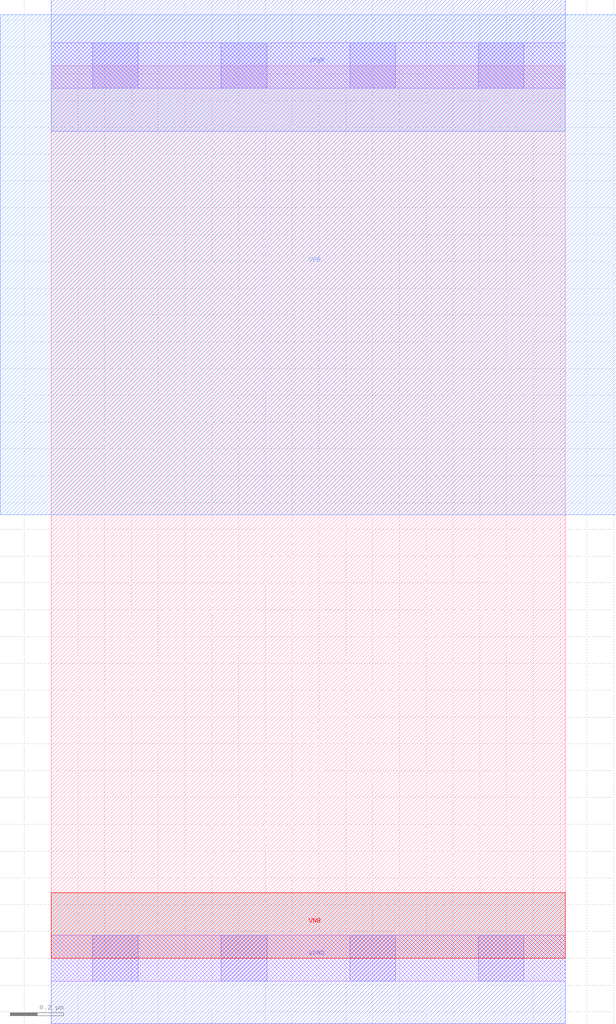
<source format=lef>
# Copyright 2020 The SkyWater PDK Authors
#
# Licensed under the Apache License, Version 2.0 (the "License");
# you may not use this file except in compliance with the License.
# You may obtain a copy of the License at
#
#     https://www.apache.org/licenses/LICENSE-2.0
#
# Unless required by applicable law or agreed to in writing, software
# distributed under the License is distributed on an "AS IS" BASIS,
# WITHOUT WARRANTIES OR CONDITIONS OF ANY KIND, either express or implied.
# See the License for the specific language governing permissions and
# limitations under the License.
#
# SPDX-License-Identifier: Apache-2.0

VERSION 5.7 ;
  NOWIREEXTENSIONATPIN ON ;
  DIVIDERCHAR "/" ;
  BUSBITCHARS "[]" ;
MACRO sky130_fd_sc_lp__fill_4
  CLASS CORE SPACER ;
  FOREIGN sky130_fd_sc_lp__fill_4 ;
  ORIGIN  0.000000  0.000000 ;
  SIZE  1.920000 BY  3.330000 ;
  SYMMETRY X Y R90 ;
  SITE unit ;
  PIN VGND
    DIRECTION INOUT ;
    USE GROUND ;
    PORT
      LAYER met1 ;
        RECT 0.000000 -0.245000 1.920000 0.245000 ;
    END
  END VGND
  PIN VNB
    DIRECTION INOUT ;
    USE GROUND ;
    PORT
      LAYER pwell ;
        RECT 0.000000 0.000000 1.920000 0.245000 ;
    END
  END VNB
  PIN VPB
    DIRECTION INOUT ;
    USE POWER ;
    PORT
      LAYER nwell ;
        RECT -0.190000 1.655000 2.110000 3.520000 ;
    END
  END VPB
  PIN VPWR
    DIRECTION INOUT ;
    USE POWER ;
    PORT
      LAYER met1 ;
        RECT 0.000000 3.085000 1.920000 3.575000 ;
    END
  END VPWR
  OBS
    LAYER li1 ;
      RECT 0.000000 -0.085000 1.920000 0.085000 ;
      RECT 0.000000  3.245000 1.920000 3.415000 ;
    LAYER mcon ;
      RECT 0.155000 -0.085000 0.325000 0.085000 ;
      RECT 0.155000  3.245000 0.325000 3.415000 ;
      RECT 0.635000 -0.085000 0.805000 0.085000 ;
      RECT 0.635000  3.245000 0.805000 3.415000 ;
      RECT 1.115000 -0.085000 1.285000 0.085000 ;
      RECT 1.115000  3.245000 1.285000 3.415000 ;
      RECT 1.595000 -0.085000 1.765000 0.085000 ;
      RECT 1.595000  3.245000 1.765000 3.415000 ;
  END
END sky130_fd_sc_lp__fill_4
END LIBRARY

</source>
